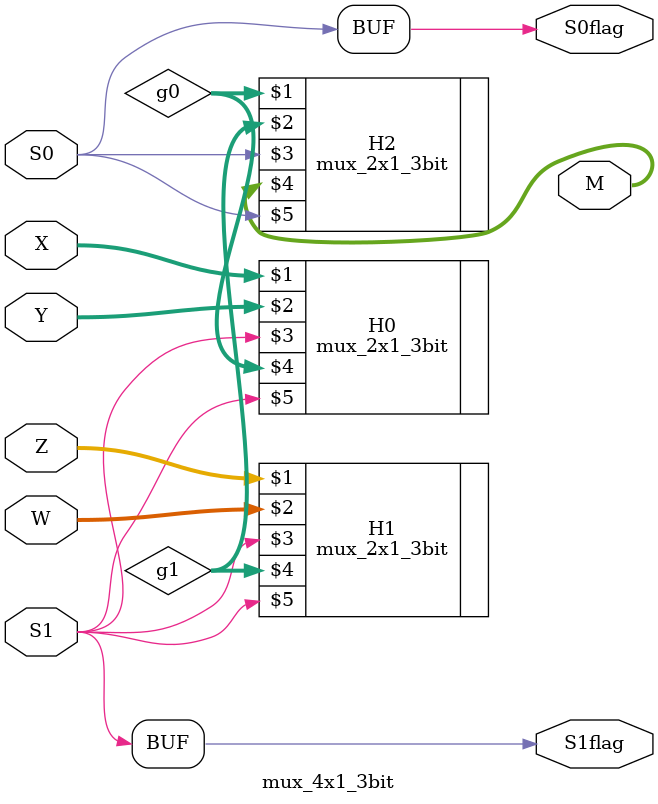
<source format=v>
`timescale 1ns / 1ps


module mux_4x1_3bit(
    input [2:0] X,
    input [2:0] Y,
    input [2:0] Z,
    input [2:0] W,
    input S1,S0,
    output [2:0] M,
    output S1flag, S0flag
    );
    assign S1flag = S1;
    assign S0flag = S0;
    
    wire [2:0]g0; 
    wire [2:0]g1;
    
    mux_2x1_3bit H0 (X[2:0],Y[2:0],S1,g0[2:0],S1flag);
    mux_2x1_3bit H1 (Z[2:0],W[2:0],S1,g1[2:0],S1flag);
    mux_2x1_3bit H2 (g0[2:0],g1[2:0],S0,M[2:0],S0flag);
    
endmodule

</source>
